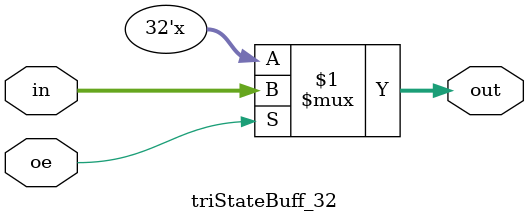
<source format=v>
module triStateBuff_32(in, oe, out);
    input [31:0] in;
    input oe;
    output [31:0] out;
    assign out = oe ? in : 32'bz;
endmodule

</source>
